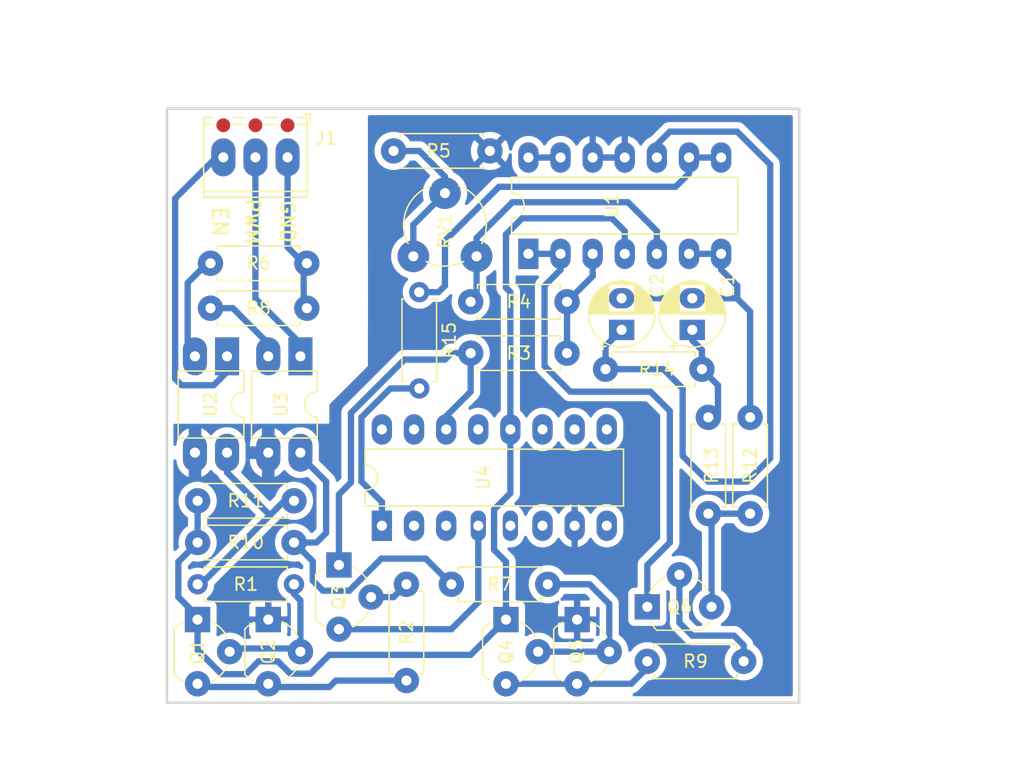
<source format=kicad_pcb>
(kicad_pcb (version 20211014) (generator pcbnew)
  (layers (0 "F.Cu" signal) (31 "B.Cu" signal) (34 "B.Paste" user) (35 "F.Paste" user) (36 "B.SilkS" user "B.Silkscreen") (37 "F.SilkS" user "F.Silkscreen") (38 "B.Mask" user) (39 "F.Mask" user) (44 "Edge.Cuts" user))
  (net 0 "")
  (net 1 "VREF")
  (net 2 "Net-(Q1-Pad2)")
  (net 3 "GND")
  (net 4 "VCC")
  (net 5 "DTC_FULL")
  (net 6 "1IN+")
  (net 7 "Net-(J1-Pad3)")
  (net 8 "Net-(Q1-Pad3)")
  (net 9 "Net-(Q3-Pad2)")
  (net 21 "Net-(R3-Pad2)")
  (net 22 "DTC")
  (net 23 "Net-(Q4-Pad2)")
  (net 24 "Net-(Q4-Pad3)")
  (net 25 "Net-(C1-Pad2)")
  (net 26 "Net-(C1-Pad1)")
  (net 27 "Net-(C2-Pad1)")
  (net 28 "Net-(R6-Pad2)")
  (net 29 "Net-(R4-Pad2)")
  (net 30 "Net-(R5-Pad1)")
  (net 31 "Net-(Q6-Pad1)")
  (net 32 "Net-(Q6-Pad2)")
  (net 33 "Net-(Q6-Pad3)")
  (net 34 "PWM_OUT")
  (net 35 "Net-(R8-Pad2)")
  (net 36 "Net-(U1-Pad13)")
  (net 37 "Net-(J1-Pad2)")
  (net 38 "Net-(J1-Pad1)")
  (net 39 "Net-(R15-Pad1)")
  (footprint "Resistor_THT:R_Axial_DIN0207_L6.3mm_D2.5mm_P7.62mm_Horizontal" (layer "F.Cu") (at 162.306 86.614 180)
    (fp_text reference "R14" (at 3.556 0) (layer "F.SilkS"))
    (fp_text value "100k")
    (pad "1" thru_hole circle (at 0 0 180) (size 2 2) (drill 0.8) (layers *.Cu *.Mask) (net 26 "Net-(C1-Pad1)"))
    (pad "2" thru_hole circle (at 7.62 0 180) (size 2 2) (drill 0.8) (layers *.Cu *.Mask) (net 27 "Net-(C2-Pad1)"))
  )
  (footprint "Resistor_THT:R_Axial_DIN0207_L6.3mm_D2.5mm_P7.62mm_Horizontal" (layer "F.Cu") (at 157.988 109.728)
    (fp_text reference "R9" (at 3.81 0) (layer "F.SilkS"))
    (fp_text value "100")
    (pad "1" thru_hole circle (at 0 0) (size 2 2) (drill 0.8) (layers *.Cu *.Mask) (net 24 "Net-(Q4-Pad3)"))
    (pad "2" thru_hole oval (at 7.62 0) (size 2 2) (drill 0.8) (layers *.Cu *.Mask) (net 32 "Net-(Q6-Pad2)"))
  )
  (footprint "TerminalBlock_Phoenix:TerminalBlock_Phoenix_MPT-0,5-3-2.54_1x03_P2.54mm_Horizontal" (layer "F.Cu") (at 129.54 69.85 180)
    (fp_text reference "J1" (at -3.048 1.524) (layer "F.SilkS"))
    (fp_text value "Screw_Terminal_01x03")
    (pad "" smd circle (at 2.54 2.54 180) (size 1.1 1.1) (layers "F.Cu" "F.Paste" "F.Mask"))
    (pad "" smd circle (at 5.08 2.54 180) (size 1.1 1.1) (layers "F.Cu" "F.Paste" "F.Mask"))
    (pad "" smd circle (at 0 2.54 180) (size 1.1 1.1) (layers "F.Cu" "F.Paste" "F.Mask"))
    (pad "1" thru_hole oval (at 0 0 180) (size 1.9 3) (drill 0.8) (layers *.Cu *.Mask) (net 38 "Net-(J1-Pad1)"))
    (pad "2" thru_hole oval (at 2.54 0 180) (size 1.9 3) (drill 0.8) (layers *.Cu *.Mask) (net 37 "Net-(J1-Pad2)"))
    (pad "3" thru_hole oval (at 5.08 0 180) (size 1.9 3) (drill 0.8) (layers *.Cu *.Mask) (net 7 "Net-(J1-Pad3)"))
  )
  (footprint "Package_TO_SOT_THT:TO-92_Wide" (layer "F.Cu") (at 128.016 106.426 -90)
    (fp_text reference "Q2" (at 2.54 0 90) (layer "F.SilkS"))
    (fp_text value "BC557")
    (pad "1" thru_hole rect (at 0 0 270) (size 2 2) (drill 0.8) (layers *.Cu *.Mask) (net 3 "GND"))
    (pad "2" thru_hole circle (at 2.54 -2.54 270) (size 2 2) (drill 0.8) (layers *.Cu *.Mask) (net 2 "Net-(Q1-Pad2)"))
    (pad "3" thru_hole circle (at 5.08 0 270) (size 2 2) (drill 0.8) (layers *.Cu *.Mask) (net 8 "Net-(Q1-Pad3)"))
  )
  (footprint "Package_DIP:DIP-4_W7.62mm" (layer "F.Cu") (at 130.556 85.598 -90)
    (fp_text reference "U3" (at 3.81 1.524 90) (layer "F.SilkS"))
    (fp_text value "PC817")
    (pad "1" thru_hole rect (at 0 0 270) (size 3 1.9) (drill 0.8) (layers *.Cu *.Mask) (net 37 "Net-(J1-Pad2)"))
    (pad "2" thru_hole oval (at 0 2.54 270) (size 3 1.9) (drill 0.8) (layers *.Cu *.Mask) (net 35 "Net-(R8-Pad2)"))
    (pad "3" thru_hole oval (at 7.62 2.54 270) (size 3 1.9) (drill 0.8) (layers *.Cu *.Mask) (net 3 "GND"))
    (pad "4" thru_hole oval (at 7.62 0 270) (size 3 1.9) (drill 0.8) (layers *.Cu *.Mask) (net 34 "PWM_OUT"))
  )
  (footprint "Resistor_THT:R_Axial_DIN0207_L6.3mm_D2.5mm_P7.62mm_Horizontal" (layer "F.Cu") (at 139.954 80.518 -90)
    (fp_text reference "R15" (at 3.81 -2.37 90) (layer "F.SilkS"))
    (fp_text value "220")
    (pad "1" thru_hole circle (at 0 0 270) (size 1.6 1.6) (drill 0.8) (layers *.Cu *.Mask) (net 39 "Net-(R15-Pad1)"))
    (pad "2" thru_hole oval (at 7.62 0 270) (size 1.6 1.6) (drill 0.8) (layers *.Cu *.Mask) (net 6 "1IN+"))
  )
  (footprint "Resistor_THT:R_Axial_DIN0207_L6.3mm_D2.5mm_P7.62mm_Horizontal" (layer "F.Cu") (at 162.814 98.044 90)
    (fp_text reference "R13" (at 3.81 0.254 90) (layer "F.SilkS"))
    (fp_text value "10k")
    (pad "1" thru_hole circle (at 0 0 90) (size 2 2) (drill 0.8) (layers *.Cu *.Mask) (net 33 "Net-(Q6-Pad3)"))
    (pad "2" thru_hole oval (at 7.62 0 90) (size 2 2) (drill 0.8) (layers *.Cu *.Mask) (net 26 "Net-(C1-Pad1)"))
  )
  (footprint "Resistor_THT:R_Axial_DIN0207_L6.3mm_D2.5mm_P7.62mm_Horizontal" (layer "F.Cu") (at 144.018 85.344)
    (fp_text reference "R3" (at 3.81 0) (layer "F.SilkS"))
    (fp_text value "3.9k")
    (pad "1" thru_hole circle (at 0 0) (size 2 2) (drill 0.8) (layers *.Cu *.Mask) (net 1 "VREF"))
    (pad "2" thru_hole circle (at 7.62 0) (size 2 2) (drill 0.8) (layers *.Cu *.Mask) (net 21 "Net-(R3-Pad2)"))
  )
  (footprint "Resistor_THT:R_Axial_DIN0207_L6.3mm_D2.5mm_P7.62mm_Horizontal" (layer "F.Cu") (at 122.428 103.632)
    (fp_text reference "R1" (at 3.81 0) (layer "F.SilkS"))
    (fp_text value "1k")
    (pad "1" thru_hole circle (at 0 0) (size 1.6 1.6) (drill 0.8) (layers *.Cu *.Mask) (net 5 "DTC_FULL"))
    (pad "2" thru_hole oval (at 7.62 0) (size 1.6 1.6) (drill 0.8) (layers *.Cu *.Mask) (net 2 "Net-(Q1-Pad2)"))
  )
  (footprint "Package_TO_SOT_THT:TO-92_Wide" (layer "F.Cu") (at 146.812 106.426 -90)
    (fp_text reference "Q4" (at 2.54 0 90) (layer "F.SilkS"))
    (fp_text value "BC547")
    (pad "1" thru_hole rect (at 0 0 270) (size 2 2) (drill 0.8) (layers *.Cu *.Mask) (net 4 "VCC"))
    (pad "2" thru_hole circle (at 2.54 -2.54 270) (size 2 2) (drill 0.8) (layers *.Cu *.Mask) (net 23 "Net-(Q4-Pad2)"))
    (pad "3" thru_hole circle (at 5.08 0 270) (size 2 2) (drill 0.8) (layers *.Cu *.Mask) (net 24 "Net-(Q4-Pad3)"))
  )
  (footprint "Package_TO_SOT_THT:TO-92_Wide" (layer "F.Cu") (at 152.436 106.426 -90)
    (fp_text reference "Q5" (at 2.54 0.036 90) (layer "F.SilkS"))
    (fp_text value "BC557")
    (pad "1" thru_hole rect (at 0 0 270) (size 2 2) (drill 0.8) (layers *.Cu *.Mask) (net 3 "GND"))
    (pad "2" thru_hole circle (at 2.54 -2.54 270) (size 2 2) (drill 0.8) (layers *.Cu *.Mask) (net 23 "Net-(Q4-Pad2)"))
    (pad "3" thru_hole circle (at 5.08 0 270) (size 2 2) (drill 0.8) (layers *.Cu *.Mask) (net 24 "Net-(Q4-Pad3)"))
  )
  (footprint "Capacitor_THT:CP_Radial_D5.0mm_P2.50mm" (layer "F.Cu") (at 161.544 83.501113 90)
    (fp_text reference "C1" (at 3.491113 2.794 90) (layer "F.SilkS"))
    (fp_text value "1uF")
    (pad "1" thru_hole rect (at 0 0 90) (size 1.6 2) (drill 0.8) (layers *.Cu *.Mask) (net 26 "Net-(C1-Pad1)"))
    (pad "2" thru_hole oval (at 2.5 0 90) (size 1.6 2) (drill 0.8) (layers *.Cu *.Mask) (net 25 "Net-(C1-Pad2)"))
  )
  (footprint "Resistor_THT:R_Axial_DIN0207_L6.3mm_D2.5mm_P7.62mm_Horizontal" (layer "F.Cu") (at 138.938 111.252 90)
    (fp_text reference "R2" (at 3.81 0 90) (layer "F.SilkS"))
    (fp_text value "100")
    (pad "1" thru_hole circle (at 0 0 90) (size 2 2) (drill 0.8) (layers *.Cu *.Mask) (net 8 "Net-(Q1-Pad3)"))
    (pad "2" thru_hole oval (at 7.62 0 90) (size 2 2) (drill 0.8) (layers *.Cu *.Mask) (net 9 "Net-(Q3-Pad2)"))
  )
  (footprint "Package_TO_SOT_THT:TO-92_Wide" (layer "F.Cu") (at 133.604 102.108 -90)
    (fp_text reference "Q3" (at 2.55 0 90) (layer "F.SilkS"))
    (fp_text value "BS170")
    (pad "1" thru_hole rect (at 0 0 270) (size 2 2) (drill 0.8) (layers *.Cu *.Mask) (net 1 "VREF"))
    (pad "2" thru_hole circle (at 2.54 -2.54 270) (size 2 2) (drill 0.8) (layers *.Cu *.Mask) (net 9 "Net-(Q3-Pad2)"))
    (pad "3" thru_hole circle (at 5.08 0 270) (size 2 2) (drill 0.8) (layers *.Cu *.Mask) (net 22 "DTC"))
  )
  (footprint "Package_TO_SOT_THT:TO-92_Wide" (layer "F.Cu") (at 157.988 105.418)
    (fp_text reference "Q6" (at 2.55 0) (layer "F.SilkS"))
    (fp_text value "BS170")
    (pad "1" thru_hole rect (at 0 0) (size 2 2) (drill 0.8) (layers *.Cu *.Mask) (net 31 "Net-(Q6-Pad1)"))
    (pad "2" thru_hole circle (at 2.54 -2.54) (size 2 2) (drill 0.8) (layers *.Cu *.Mask) (net 32 "Net-(Q6-Pad2)"))
    (pad "3" thru_hole circle (at 5.08 0) (size 2 2) (drill 0.8) (layers *.Cu *.Mask) (net 33 "Net-(Q6-Pad3)"))
  )
  (footprint "Resistor_THT:R_Axial_DIN0207_L6.3mm_D2.5mm_P7.62mm_Horizontal" (layer "F.Cu") (at 131.064 81.788 180)
    (fp_text reference "R8" (at 3.81 0) (layer "F.SilkS"))
    (fp_text value "220")
    (pad "1" thru_hole circle (at 0 0 180) (size 2 2) (drill 0.8) (layers *.Cu *.Mask) (net 38 "Net-(J1-Pad1)"))
    (pad "2" thru_hole circle (at 7.62 0 180) (size 2 2) (drill 0.8) (layers *.Cu *.Mask) (net 35 "Net-(R8-Pad2)"))
  )
  (footprint "Resistor_THT:R_Axial_DIN0207_L6.3mm_D2.5mm_P7.62mm_Horizontal" (layer "F.Cu") (at 130.048 97.028 180)
    (fp_text reference "R11" (at 3.81 0) (layer "F.SilkS"))
    (fp_text value "1k")
    (pad "1" thru_hole circle (at 0 0 180) (size 2 2) (drill 0.8) (layers *.Cu *.Mask) (net 5 "DTC_FULL"))
    (pad "2" thru_hole circle (at 7.62 0 180) (size 2 2) (drill 0.8) (layers *.Cu *.Mask) (net 4 "VCC"))
  )
  (footprint "Package_DIP:DIP-14_W7.62mm_LongPads" (layer "F.Cu") (at 148.585 77.485 90)
    (fp_text reference "U1" (at 3.81 6.609 90) (layer "F.SilkS"))
    (fp_text value "TLC274")
    (pad "1" thru_hole rect (at 0 0 90) (size 2.4 1.6) (drill 0.8) (layers *.Cu *.Mask) (net 31 "Net-(Q6-Pad1)"))
    (pad "2" thru_hole oval (at 0 2.54 90) (size 2.4 1.6) (drill 0.8) (layers *.Cu *.Mask) (net 31 "Net-(Q6-Pad1)"))
    (pad "3" thru_hole oval (at 0 5.08 90) (size 2.4 1.6) (drill 0.8) (layers *.Cu *.Mask) (net 21 "Net-(R3-Pad2)"))
    (pad "4" thru_hole oval (at 0 7.62 90) (size 2.4 1.6) (drill 0.8) (layers *.Cu *.Mask) (net 4 "VCC"))
    (pad "5" thru_hole oval (at 0 10.16 90) (size 2.4 1.6) (drill 0.8) (layers *.Cu *.Mask) (net 29 "Net-(R4-Pad2)"))
    (pad "6" thru_hole oval (at 0 12.7 90) (size 2.4 1.6) (drill 0.8) (layers *.Cu *.Mask) (net 25 "Net-(C1-Pad2)"))
    (pad "7" thru_hole oval (at 0 15.24 90) (size 2.4 1.6) (drill 0.8) (layers *.Cu *.Mask) (net 25 "Net-(C1-Pad2)"))
    (pad "8" thru_hole oval (at 7.62 15.24 90) (size 2.4 1.6) (drill 0.8) (layers *.Cu *.Mask) (net 39 "Net-(R15-Pad1)"))
    (pad "9" thru_hole oval (at 7.62 12.7 90) (size 2.4 1.6) (drill 0.8) (layers *.Cu *.Mask) (net 39 "Net-(R15-Pad1)"))
    (pad "10" thru_hole oval (at 7.62 10.16 90) (size 2.4 1.6) (drill 0.8) (layers *.Cu *.Mask) (net 27 "Net-(C2-Pad1)"))
    (pad "11" thru_hole oval (at 7.62 7.62 90) (size 2.4 1.6) (drill 0.8) (layers *.Cu *.Mask) (net 3 "GND"))
    (pad "12" thru_hole oval (at 7.62 5.08 90) (size 2.4 1.6) (drill 0.8) (layers *.Cu *.Mask) (net 3 "GND"))
    (pad "13" thru_hole oval (at 7.62 2.54 90) (size 2.4 1.6) (drill 0.8) (layers *.Cu *.Mask) (net 36 "Net-(U1-Pad13)"))
    (pad "14" thru_hole oval (at 7.62 0 90) (size 2.4 1.6) (drill 0.8) (layers *.Cu *.Mask) (net 36 "Net-(U1-Pad13)"))
  )
  (footprint "Resistor_THT:R_Axial_DIN0207_L6.3mm_D2.5mm_P7.62mm_Horizontal" (layer "F.Cu") (at 151.638 81.28 180)
    (fp_text reference "R4" (at 3.81 0) (layer "F.SilkS"))
    (fp_text value "4.7k")
    (pad "1" thru_hole circle (at 0 0 180) (size 2 2) (drill 0.8) (layers *.Cu *.Mask) (net 21 "Net-(R3-Pad2)"))
    (pad "2" thru_hole circle (at 7.62 0 180) (size 2 2) (drill 0.8) (layers *.Cu *.Mask) (net 29 "Net-(R4-Pad2)"))
  )
  (footprint "Package_TO_SOT_THT:TO-92_Wide" (layer "F.Cu") (at 122.42 106.426 -90)
    (fp_text reference "Q1" (at 2.54 -0.008 90) (layer "F.SilkS"))
    (fp_text value "BC547")
    (pad "1" thru_hole rect (at 0 0 270) (size 2 2) (drill 0.8) (layers *.Cu *.Mask) (net 4 "VCC"))
    (pad "2" thru_hole circle (at 2.54 -2.54 270) (size 2 2) (drill 0.8) (layers *.Cu *.Mask) (net 2 "Net-(Q1-Pad2)"))
    (pad "3" thru_hole circle (at 5.08 0 270) (size 2 2) (drill 0.8) (layers *.Cu *.Mask) (net 8 "Net-(Q1-Pad3)"))
  )
  (footprint "Potentiometer_THT:Potentiometer_Piher_PT-6-V_Vertical" (layer "F.Cu") (at 144.486 77.684 90)
    (fp_text reference "RV1" (at 1.992 -2.5 90) (layer "F.SilkS"))
    (fp_text value "10k")
    (pad "1" thru_hole circle (at 0 0 90) (size 2.5 2.5) (drill 0.8) (layers *.Cu *.Mask) (net 29 "Net-(R4-Pad2)"))
    (pad "2" thru_hole circle (at 5 -2.5 90) (size 2.5 2.5) (drill 0.8) (layers *.Cu *.Mask) (net 30 "Net-(R5-Pad1)"))
    (pad "3" thru_hole circle (at 0 -5 90) (size 2.5 2.5) (drill 0.8) (layers *.Cu *.Mask) (net 30 "Net-(R5-Pad1)"))
  )
  (footprint "Capacitor_THT:CP_Radial_D5.0mm_P2.50mm" (layer "F.Cu") (at 155.956 83.501113 90)
    (fp_text reference "C2" (at 3.491113 2.794 90) (layer "F.SilkS"))
    (fp_text value "0.1uF")
    (pad "1" thru_hole rect (at 0 0 90) (size 1.6 2) (drill 0.8) (layers *.Cu *.Mask) (net 27 "Net-(C2-Pad1)"))
    (pad "2" thru_hole oval (at 2.5 0 90) (size 1.6 2) (drill 0.8) (layers *.Cu *.Mask) (net 25 "Net-(C1-Pad2)"))
  )
  (footprint "Resistor_THT:R_Axial_DIN0207_L6.3mm_D2.5mm_P7.62mm_Horizontal" (layer "F.Cu") (at 137.922 69.342)
    (fp_text reference "R5" (at 3.556 0) (layer "F.SilkS"))
    (fp_text value "7.5k")
    (pad "1" thru_hole circle (at 0 0) (size 2 2) (drill 0.8) (layers *.Cu *.Mask) (net 30 "Net-(R5-Pad1)"))
    (pad "2" thru_hole circle (at 7.62 0) (size 2 2) (drill 0.8) (layers *.Cu *.Mask) (net 3 "GND"))
  )
  (footprint "Resistor_THT:R_Axial_DIN0207_L6.3mm_D2.5mm_P7.62mm_Horizontal" (layer "F.Cu") (at 131.064 78.232 180)
    (fp_text reference "R6" (at 3.81 0) (layer "F.SilkS"))
    (fp_text value "220")
    (pad "1" thru_hole circle (at 0 0 180) (size 2 2) (drill 0.8) (layers *.Cu *.Mask) (net 38 "Net-(J1-Pad1)"))
    (pad "2" thru_hole circle (at 7.62 0 180) (size 2 2) (drill 0.8) (layers *.Cu *.Mask) (net 28 "Net-(R6-Pad2)"))
  )
  (footprint "Resistor_THT:R_Axial_DIN0207_L6.3mm_D2.5mm_P7.62mm_Horizontal" (layer "F.Cu") (at 166.116 98.044 90)
    (fp_text reference "R12" (at 3.81 0 90) (layer "F.SilkS"))
    (fp_text value "1k")
    (pad "1" thru_hole circle (at 0 0 90) (size 2 2) (drill 0.8) (layers *.Cu *.Mask) (net 33 "Net-(Q6-Pad3)"))
    (pad "2" thru_hole oval (at 7.62 0 90) (size 2 2) (drill 0.8) (layers *.Cu *.Mask) (net 25 "Net-(C1-Pad2)"))
  )
  (footprint "Resistor_THT:R_Axial_DIN0207_L6.3mm_D2.5mm_P7.62mm_Horizontal" (layer "F.Cu") (at 142.494 103.632)
    (fp_text reference "R7" (at 3.81 0) (layer "F.SilkS"))
    (fp_text value "1k")
    (pad "1" thru_hole circle (at 0 0) (size 2 2) (drill 0.8) (layers *.Cu *.Mask) (net 34 "PWM_OUT"))
    (pad "2" thru_hole oval (at 7.62 0) (size 2 2) (drill 0.8) (layers *.Cu *.Mask) (net 23 "Net-(Q4-Pad2)"))
  )
  (footprint "Package_DIP:DIP-4_W7.62mm" (layer "F.Cu") (at 124.756 85.598 -90)
    (fp_text reference "U2" (at 3.81 1.312 90) (layer "F.SilkS"))
    (fp_text value "PC817")
    (pad "1" thru_hole rect (at 0 0 270) (size 3 1.9) (drill 0.8) (layers *.Cu *.Mask) (net 7 "Net-(J1-Pad3)"))
    (pad "2" thru_hole oval (at 0 2.54 270) (size 3 1.9) (drill 0.8) (layers *.Cu *.Mask) (net 28 "Net-(R6-Pad2)"))
    (pad "3" thru_hole oval (at 7.62 2.54 270) (size 3 1.9) (drill 0.8) (layers *.Cu *.Mask) (net 3 "GND"))
    (pad "4" thru_hole oval (at 7.62 0 270) (size 3 1.9) (drill 0.8) (layers *.Cu *.Mask) (net 5 "DTC_FULL"))
  )
  (footprint "Package_DIP:DIP-16_W7.62mm_LongPads" (layer "F.Cu") (at 137 99 90)
    (fp_text reference "U4" (at 3.81 8.034 90) (layer "F.SilkS"))
    (fp_text value "TL494")
    (pad "1" thru_hole rect locked (at 0 0 90) (size 2.4 1.6) (drill 0.8) (layers *.Cu *.Mask) (net 6 "1IN+"))
    (pad "2" thru_hole oval locked (at 0 2.54 90) (size 2.4 1.6) (drill 0.8) (layers *.Cu *.Mask))
    (pad "3" thru_hole oval locked (at 0 5.08 90) (size 2.4 1.6) (drill 0.8) (layers *.Cu *.Mask))
    (pad "4" thru_hole oval locked (at 0 7.62 90) (size 2.4 1.2) (drill 0.8) (layers *.Cu *.Mask) (net 22 "DTC"))
    (pad "5" thru_hole oval locked (at 0 10.16 90) (size 2.4 1.2) (drill 0.8) (layers *.Cu *.Mask))
    (pad "6" thru_hole oval locked (at 0 12.7 90) (size 2.4 1.6) (drill 0.8) (layers *.Cu *.Mask))
    (pad "7" thru_hole oval locked (at 0 15.24 90) (size 2.4 1.6) (drill 0.8) (layers *.Cu *.Mask) (net 3 "GND"))
    (pad "8" thru_hole oval locked (at 0 17.78 90) (size 2.4 1.6) (drill 0.8) (layers *.Cu *.Mask))
    (pad "9" thru_hole oval locked (at 7.62 17.78 90) (size 2.4 1.6) (drill 0.8) (layers *.Cu *.Mask))
    (pad "10" thru_hole oval locked (at 7.62 15.24 90) (size 2.4 1.6) (drill 0.8) (layers *.Cu *.Mask))
    (pad "11" thru_hole oval locked (at 7.62 12.7 90) (size 2.4 1.6) (drill 0.8) (layers *.Cu *.Mask))
    (pad "12" thru_hole oval locked (at 7.62 10.16 90) (size 2.4 1.6) (drill 0.8) (layers *.Cu *.Mask) (net 4 "VCC"))
    (pad "13" thru_hole oval locked (at 7.62 7.62 90) (size 2.4 1.6) (drill 0.8) (layers *.Cu *.Mask))
    (pad "14" thru_hole oval locked (at 7.62 5.08 90) (size 2.4 1.6) (drill 0.8) (layers *.Cu *.Mask) (net 1 "VREF"))
    (pad "15" thru_hole oval locked (at 7.62 2.54 90) (size 2.4 1.6) (drill 0.8) (layers *.Cu *.Mask))
    (pad "16" thru_hole oval locked (at 7.62 0 90) (size 2.4 1.6) (drill 0.8) (layers *.Cu *.Mask))
  )
  (footprint "Resistor_THT:R_Axial_DIN0207_L6.3mm_D2.5mm_P7.62mm_Horizontal" (layer "F.Cu") (at 130.048 100.33 180)
    (fp_text reference "R10" (at 3.81 0) (layer "F.SilkS"))
    (fp_text value "1k")
    (pad "1" thru_hole circle (at 0 0 180) (size 2 2) (drill 0.8) (layers *.Cu *.Mask) (net 34 "PWM_OUT"))
    (pad "2" thru_hole circle (at 7.62 0 180) (size 2 2) (drill 0.8) (layers *.Cu *.Mask) (net 4 "VCC"))
  )
  (gr_rect (start 120 66) (end 170 113) (layer "Edge.Cuts") (width 0.2) (fill none))
  (gr_text "GND" (at 129.54 74.93 270) (layer "F.SilkS") (effects (font (size 1.1 1.1) (thickness 0.2))))
  (gr_text "EN" (at 124.206 74.93 270) (layer "F.SilkS") (effects (font (size 1.2 1.2) (thickness 0.2))))
  (gr_text "PWM" (at 126.746 74.93 270) (layer "F.SilkS") (effects (font (size 1.1 1.1) (thickness 0.2))))
  (segment (start 141.986 85.852) (end 138.780882 85.852) (width 0.5) (layer "B.Cu") (net 1))
  (segment (start 142.08 90.33) (end 144.018 88.392) (width 0.5) (layer "B.Cu") (net 1))
  (segment (start 134.552481 90.080401) (end 134.55248 95.57152) (width 0.5) (layer "B.Cu") (net 1))
  (segment (start 144.018 88.392) (end 144.018 85.344) (width 0.5) (layer "B.Cu") (net 1))
  (segment (start 142.08 91.38) (end 142.08 90.33) (width 0.5) (layer "B.Cu") (net 1))
  (segment (start 133.604 96.52) (end 133.604 102.108) (width 0.5) (layer "B.Cu") (net 1))
  (segment (start 144.018 85.344) (end 142.494 85.344) (width 0.5) (layer "B.Cu") (net 1))
  (segment (start 142.494 85.344) (end 141.986 85.852) (width 0.5) (layer "B.Cu") (net 1))
  (segment (start 134.55248 95.57152) (end 133.604 96.52) (width 0.5) (layer "B.Cu") (net 1))
  (segment (start 138.780882 85.852) (end 134.552481 90.080401) (width 0.5) (layer "B.Cu") (net 1))
  (segment (start 130.302 108.712) (end 130.556 108.966) (width 0.5) (layer "B.Cu") (net 2))
  (segment (start 130.556 104.902) (end 130.048 104.394) (width 0.5) (layer "B.Cu") (net 2))
  (segment (start 130.048 104.394) (end 130.048 103.886) (width 0.5) (layer "B.Cu") (net 2))
  (segment (start 130.556 108.966) (end 130.556 104.902) (width 0.5) (layer "B.Cu") (net 2))
  (segment (start 125.214 108.712) (end 130.302 108.712) (width 0.5) (layer "B.Cu") (net 2))
  (segment (start 124.96 108.966) (end 125.214 108.712) (width 0.5) (layer "B.Cu") (net 2))
  (segment (start 129.75648 110.70648) (end 131.35552 110.70648) (width 0.5) (layer "B.Cu") (net 4))
  (segment (start 146.812 101.854) (end 145.86952 100.91152) (width 0.5) (layer "B.Cu") (net 4))
  (segment (start 122.42 106.426) (end 122.42 106.164) (width 0.5) (layer "B.Cu") (net 4))
  (segment (start 120.904 104.648) (end 120.904 101.854) (width 0.5) (layer "B.Cu") (net 4))
  (segment (start 145.86952 97.71648) (end 145.86952 100.25648) (width 0.5) (layer "B.Cu") (net 4))
  (segment (start 132.842 109.22) (end 144.018 109.22) (width 0.5) (layer "B.Cu") (net 4))
  (segment (start 146.812 106.426) (end 146.812 101.854) (width 0.5) (layer "B.Cu") (net 4))
  (segment (start 148.082 74.676) (end 146.812 75.946) (width 0.5) (layer "B.Cu") (net 4))
  (segment (start 126.238 110.744) (end 127.254 109.728) (width 0.5) (layer "B.Cu") (net 4))
  (segment (start 127.254 109.728) (end 128.778 109.728) (width 0.5) (layer "B.Cu") (net 4))
  (segment (start 122.42 108.831) (end 124.333 110.744) (width 0.5) (layer "B.Cu") (net 4))
  (segment (start 147.16 80.518) (end 147.16 91.38) (width 0.5) (layer "B.Cu") (net 4))
  (segment (start 145.86952 100.91152) (end 145.86952 100.25648) (width 0.5) (layer "B.Cu") (net 4))
  (segment (start 155.194 74.676) (end 148.082 74.676) (width 0.5) (layer "B.Cu") (net 4))
  (segment (start 144.018 109.22) (end 146.812 106.426) (width 0.5) (layer "B.Cu") (net 4))
  (segment (start 122.42 106.426) (end 122.42 108.831) (width 0.5) (layer "B.Cu") (net 4))
  (segment (start 146.812 80.17) (end 147.16 80.518) (width 0.5) (layer "B.Cu") (net 4))
  (segment (start 156.205 75.687) (end 155.194 74.676) (width 0.5) (layer "B.Cu") (net 4))
  (segment (start 120.904 101.854) (end 122.428 100.33) (width 0.5) (layer "B.Cu") (net 4))
  (segment (start 122.42 106.164) (end 120.904 104.648) (width 0.5) (layer "B.Cu") (net 4))
  (segment (start 124.333 110.744) (end 126.238 110.744) (width 0.5) (layer "B.Cu") (net 4))
  (segment (start 128.778 109.728) (end 129.75648 110.70648) (width 0.5) (layer "B.Cu") (net 4))
  (segment (start 146.812 75.946) (end 146.812 80.17) (width 0.5) (layer "B.Cu") (net 4))
  (segment (start 122.428 97.028) (end 122.428 100.33) (width 0.5) (layer "B.Cu") (net 4))
  (segment (start 156.205 77.485) (end 156.205 75.687) (width 0.5) (layer "B.Cu") (net 4))
  (segment (start 131.35552 110.70648) (end 132.842 109.22) (width 0.5) (layer "B.Cu") (net 4))
  (segment (start 147.16 91.38) (end 147.16 96.426) (width 0.5) (layer "B.Cu") (net 4))
  (segment (start 147.16 96.426) (end 145.86952 97.71648) (width 0.5) (layer "B.Cu") (net 4))
  (segment (start 129.286 97.028) (end 130.048 97.028) (width 0.5) (layer "B.Cu") (net 5))
  (segment (start 124.756 94.784) (end 128.143 98.171) (width 0.5) (layer "B.Cu") (net 5))
  (segment (start 122.428 103.886) (end 128.143 98.171) (width 0.5) (layer "B.Cu") (net 5))
  (segment (start 124.756 93.472) (end 124.756 94.784) (width 0.5) (layer "B.Cu") (net 5))
  (segment (start 128.143 98.171) (end 129.286 97.028) (width 0.5) (layer "B.Cu") (net 5))
  (segment (start 137.668 88.138) (end 135.382 90.424) (width 0.5) (layer "B.Cu") (net 6))
  (segment (start 137 97.122) (end 137 99) (width 0.5) (layer "B.Cu") (net 6))
  (segment (start 138.176 88.138) (end 137.668 88.138) (width 0.5) (layer "B.Cu") (net 6))
  (segment (start 139.954 88.138) (end 138.176 88.138) (width 0.5) (layer "B.Cu") (net 6))
  (segment (start 135.382 95.504) (end 137 97.122) (width 0.5) (layer "B.Cu") (net 6))
  (segment (start 135.382 90.424) (end 135.382 95.504) (width 0.5) (layer "B.Cu") (net 6))
  (segment (start 124.756 86.826) (end 123.698 87.884) (width 0.5) (layer "B.Cu") (net 7))
  (segment (start 120.65 87.376) (end 120.65 73.11) (width 0.5) (layer "B.Cu") (net 7))
  (segment (start 124.756 85.598) (end 124.756 86.826) (width 0.5) (layer "B.Cu") (net 7))
  (segment (start 123.698 87.884) (end 121.158 87.884) (width 0.5) (layer "B.Cu") (net 7))
  (segment (start 121.158 87.884) (end 120.65 87.376) (width 0.5) (layer "B.Cu") (net 7))
  (segment (start 123.91 69.85) (end 124.46 69.85) (width 0.5) (layer "B.Cu") (net 7))
  (segment (start 120.65 73.11) (end 123.91 69.85) (width 0.5) (layer "B.Cu") (net 7))
  (segment (start 122.42 111.506) (end 122.674 111.76) (width 0.5) (layer "B.Cu") (net 8))
  (segment (start 133.35 111.252) (end 138.938 111.252) (width 0.5) (layer "B.Cu") (net 8))
  (segment (start 122.674 111.76) (end 127.762 111.76) (width 0.5) (layer "B.Cu") (net 8))
  (segment (start 128.016 111.506) (end 128.27 111.76) (width 0.5) (layer "B.Cu") (net 8))
  (segment (start 127.762 111.76) (end 128.016 111.506) (width 0.5) (layer "B.Cu") (net 8))
  (segment (start 128.27 111.76) (end 132.842 111.76) (width 0.5) (layer "B.Cu") (net 8))
  (segment (start 132.842 111.76) (end 133.35 111.252) (width 0.5) (layer "B.Cu") (net 8))
  (segment (start 137.922 104.648) (end 138.938 103.632) (width 0.5) (layer "B.Cu") (net 9))
  (segment (start 136.144 104.648) (end 137.922 104.648) (width 0.5) (layer "B.Cu") (net 9))
  (segment (start 153.665 78.989) (end 153.665 77.485) (width 0.5) (layer "B.Cu") (net 21))
  (segment (start 153.67 78.994) (end 153.665 78.989) (width 0.5) (layer "B.Cu") (net 21))
  (segment (start 153.67 79.248) (end 153.67 78.994) (width 0.5) (layer "B.Cu") (net 21))
  (segment (start 151.638 81.28) (end 151.638 85.344) (width 0.5) (layer "B.Cu") (net 21))
  (segment (start 153.67 79.248) (end 151.638 81.28) (width 0.5) (layer "B.Cu") (net 21))
  (segment (start 144.62 105.062) (end 144.62 99) (width 0.5) (layer "B.Cu") (net 22))
  (segment (start 133.604 107.188) (end 142.494 107.188) (width 0.5) (layer "B.Cu") (net 22))
  (segment (start 142.494 107.188) (end 144.62 105.062) (width 0.5) (layer "B.Cu") (net 22))
  (segment (start 154.976 105.192) (end 153.416 103.632) (width 0.5) (layer "B.Cu") (net 23))
  (segment (start 153.416 103.632) (end 150.114 103.632) (width 0.5) (layer "B.Cu") (net 23))
  (segment (start 149.352 108.966) (end 154.976 108.966) (width 0.5) (layer "B.Cu") (net 23))
  (segment (start 154.976 108.966) (end 154.976 105.192) (width 0.5) (layer "B.Cu") (net 23))
  (segment (start 156.718 111.506) (end 157.988 110.236) (width 0.5) (layer "B.Cu") (net 24))
  (segment (start 152.436 111.506) (end 156.718 111.506) (width 0.5) (layer "B.Cu") (net 24))
  (segment (start 146.812 111.506) (end 152.436 111.506) (width 0.5) (layer "B.Cu") (net 24))
  (segment (start 157.988 110.236) (end 157.988 109.728) (width 0.5) (layer "B.Cu") (net 24))
  (segment (start 163.825 77.485) (end 163.825 78.735) (width 0.5) (layer "B.Cu") (net 25))
  (segment (start 155.956 81.001113) (end 161.544 81.001113) (width 0.5) (layer "B.Cu") (net 25))
  (segment (start 166.116 82.042) (end 166.116 90.424) (width 0.5) (layer "B.Cu") (net 25))
  (segment (start 163.825 78.735) (end 165.1 80.01) (width 0.5) (layer "B.Cu") (net 25))
  (segment (start 165.1 80.976226) (end 165.075113 81.001113) (width 0.5) (layer "B.Cu") (net 25))
  (segment (start 164.059113 81.001113) (end 165.075113 81.001113) (width 0.5) (layer "B.Cu") (net 25))
  (segment (start 165.075113 81.001113) (end 166.116 82.042) (width 0.5) (layer "B.Cu") (net 25))
  (segment (start 161.285 77.485) (end 163.825 77.485) (width 0.5) (layer "B.Cu") (net 25))
  (segment (start 164.059113 81.001113) (end 161.544 81.001113) (width 0.5) (layer "B.Cu") (net 25))
  (segment (start 165.1 80.01) (end 165.1 80.976226) (width 0.5) (layer "B.Cu") (net 25))
  (segment (start 161.544 84.328) (end 162.306 85.09) (width 0.5) (layer "B.Cu") (net 26))
  (segment (start 163.576 87.884) (end 162.306 86.614) (width 0.5) (layer "B.Cu") (net 26))
  (segment (start 163.576 90.424) (end 163.576 87.884) (width 0.5) (layer "B.Cu") (net 26))
  (segment (start 162.306 85.09) (end 162.306 86.614) (width 0.5) (layer "B.Cu") (net 26))
  (segment (start 161.544 83.501113) (end 161.544 84.328) (width 0.5) (layer "B.Cu") (net 26))
  (segment (start 167.70752 93.65848) (end 167.70752 70.42552) (width 0.5) (layer "B.Cu") (net 27))
  (segment (start 160.782 88.138) (end 160.782 93.472) (width 0.5) (layer "B.Cu") (net 27))
  (segment (start 154.686 86.614) (end 159.258 86.614) (width 0.5) (layer "B.Cu") (net 27))
  (segment (start 154.686 86.614) (end 154.686 84.771113) (width 0.5) (layer "B.Cu") (net 27))
  (segment (start 167.70752 70.42552) (end 165.1 67.818) (width 0.5) (layer "B.Cu") (net 27))
  (segment (start 162.814 95.504) (end 165.862 95.504) (width 0.5) (layer "B.Cu") (net 27))
  (segment (start 159.766 67.818) (end 158.745 68.839) (width 0.5) (layer "B.Cu") (net 27))
  (segment (start 165.862 95.504) (end 167.70752 93.65848) (width 0.5) (layer "B.Cu") (net 27))
  (segment (start 160.782 93.472) (end 162.814 95.504) (width 0.5) (layer "B.Cu") (net 27))
  (segment (start 165.1 67.818) (end 159.766 67.818) (width 0.5) (layer "B.Cu") (net 27))
  (segment (start 154.686 84.771113) (end 155.956 83.501113) (width 0.5) (layer "B.Cu") (net 27))
  (segment (start 159.258 86.614) (end 160.782 88.138) (width 0.5) (layer "B.Cu") (net 27))
  (segment (start 158.745 68.839) (end 158.745 69.865) (width 0.5) (layer "B.Cu") (net 27))
  (segment (start 123.19 78.232) (end 121.640489 79.781511) (width 0.5) (layer "B.Cu") (net 28))
  (segment (start 121.640489 85.022489) (end 122.216 85.598) (width 0.5) (layer "B.Cu") (net 28))
  (segment (start 121.640489 79.781511) (end 121.640489 85.022489) (width 0.5) (layer "B.Cu") (net 28))
  (segment (start 158.745 77.485) (end 158.745 75.697) (width 0.5) (layer "B.Cu") (net 29))
  (segment (start 144.486 80.812) (end 144.018 81.28) (width 0.5) (layer "B.Cu") (net 29))
  (segment (start 147.32 73.406) (end 144.486 76.24) (width 0.5) (layer "B.Cu") (net 29))
  (segment (start 158.745 75.697) (end 158.75 75.692) (width 0.5) (layer "B.Cu") (net 29))
  (segment (start 156.464 73.406) (end 147.32 73.406) (width 0.5) (layer "B.Cu") (net 29))
  (segment (start 144.486 76.24) (end 144.486 77.684) (width 0.5) (layer "B.Cu") (net 29))
  (segment (start 144.486 77.684) (end 144.486 80.812) (width 0.5) (layer "B.Cu") (net 29))
  (segment (start 158.75 75.692) (end 156.464 73.406) (width 0.5) (layer "B.Cu") (net 29))
  (segment (start 137.922 69.342) (end 139.954 69.342) (width 0.5) (layer "B.Cu") (net 30))
  (segment (start 139.486 75.184) (end 141.986 72.684) (width 0.5) (layer "B.Cu") (net 30))
  (segment (start 141.986 71.374) (end 141.986 72.684) (width 0.5) (layer "B.Cu") (net 30))
  (segment (start 139.486 77.684) (end 139.486 75.184) (width 0.5) (layer "B.Cu") (net 30))
  (segment (start 139.954 69.342) (end 141.986 71.374) (width 0.5) (layer "B.Cu") (net 30))
  (segment (start 148.585 77.485) (end 151.125 77.485) (width 0.5) (layer "B.Cu") (net 31))
  (segment (start 159.766 100.33) (end 157.988 102.108) (width 0.5) (layer "B.Cu") (net 31))
  (segment (start 151.125 78.745) (end 149.86 80.01) (width 0.5) (layer "B.Cu") (net 31))
  (segment (start 159.766 89.916) (end 159.766 100.33) (width 0.5) (layer "B.Cu") (net 31))
  (segment (start 158.242 88.392) (end 159.766 89.916) (width 0.5) (layer "B.Cu") (net 31))
  (segment (start 151.125 77.485) (end 151.125 78.745) (width 0.5) (layer "B.Cu") (net 31))
  (segment (start 149.86 86.36) (end 151.892 88.392) (width 0.5) (layer "B.Cu") (net 31))
  (segment (start 157.988 102.108) (end 157.988 105.418) (width 0.5) (layer "B.Cu") (net 31))
  (segment (start 151.892 88.392) (end 158.242 88.392) (width 0.5) (layer "B.Cu") (net 31))
  (segment (start 149.86 80.01) (end 149.86 86.36) (width 0.5) (layer "B.Cu") (net 31))
  (segment (start 165.608 108.458) (end 165.608 109.728) (width 0.5) (layer "B.Cu") (net 32))
  (segment (start 164.846 107.696) (end 165.608 108.458) (width 0.5) (layer "B.Cu") (net 32))
  (segment (start 161.544 107.696) (end 164.846 107.696) (width 0.5) (layer "B.Cu") (net 32))
  (segment (start 160.528 102.878) (end 160.528 106.68) (width 0.5) (layer "B.Cu") (net 32))
  (segment (start 160.528 106.68) (end 161.544 107.696) (width 0.5) (layer "B.Cu") (net 32))
  (segment (start 163.068 105.418) (end 163.068 98.298) (width 0.5) (layer "B.Cu") (net 33))
  (segment (start 162.814 98.044) (end 166.878 98.044) (width 0.5) (layer "B.Cu") (net 33))
  (segment (start 163.068 98.298) (end 162.814 98.044) (width 0.5) (layer "B.Cu") (net 33))
  (segment (start 140.462 101.6) (end 142.494 103.632) (width 0.5) (layer "B.Cu") (net 34))
  (segment (start 130.048 100.33) (end 131.53448 101.81648) (width 0.5) (layer "B.Cu") (net 34))
  (segment (start 136.958233 101.6) (end 140.462 101.6) (width 0.5) (layer "B.Cu") (net 34))
  (segment (start 134.418233 104.14) (end 136.958233 101.6) (width 0.5) (layer "B.Cu") (net 34))
  (segment (start 130.556 93.472) (end 132.588 95.504) (width 0.5) (layer "B.Cu") (net 34))
  (segment (start 131.53448 101.81648) (end 131.53448 103.34048) (width 0.5) (layer "B.Cu") (net 34))
  (segment (start 131.826 100.33) (end 132.588 99.568) (width 0.5) (layer "B.Cu") (net 34))
  (segment (start 132.334 104.14) (end 134.418233 104.14) (width 0.5) (layer "B.Cu") (net 34))
  (segment (start 132.588 95.504) (end 132.588 99.568) (width 0.5) (layer "B.Cu") (net 34))
  (segment (start 131.53448 103.34048) (end 132.334 104.14) (width 0.5) (layer "B.Cu") (net 34))
  (segment (start 130.048 100.33) (end 131.826 100.33) (width 0.5) (layer "B.Cu") (net 34))
  (segment (start 128.016 84.582) (end 128.016 85.598) (width 0.5) (layer "B.Cu") (net 35))
  (segment (start 125.222 81.788) (end 128.016 84.582) (width 0.5) (layer "B.Cu") (net 35))
  (segment (start 123.19 81.788) (end 125.222 81.788) (width 0.5) (layer "B.Cu") (net 35))
  (segment (start 148.585 69.865) (end 151.125 69.865) (width 0.5) (layer "B.Cu") (net 36))
  (segment (start 130.556 84.582) (end 130.556 85.598) (width 0.5) (layer "B.Cu") (net 37))
  (segment (start 127 81.026) (end 130.556 84.582) (width 0.5) (layer "B.Cu") (net 37))
  (segment (start 127 69.85) (end 127 81.026) (width 0.5) (layer "B.Cu") (net 37))
  (segment (start 130.81 78.232) (end 130.81 81.788) (width 0.5) (layer "B.Cu") (net 38))
  (segment (start 129.54 76.962) (end 130.81 78.232) (width 0.5) (layer "B.Cu") (net 38))
  (segment (start 129.54 69.85) (end 129.54 76.962) (width 0.5) (layer "B.Cu") (net 38))
  (segment (start 161.285 71.125) (end 161.285 69.865) (width 0.5) (layer "B.Cu") (net 39))
  (segment (start 146.259106 72.180894) (end 160.229106 72.180894) (width 0.5) (layer "B.Cu") (net 39))
  (segment (start 160.229106 72.180894) (end 161.285 71.125) (width 0.5) (layer "B.Cu") (net 39))
  (segment (start 141.986 76.454) (end 146.259106 72.180894) (width 0.5) (layer "B.Cu") (net 39))
  (segment (start 141.478 80.518) (end 141.986 80.01) (width 0.5) (layer "B.Cu") (net 39))
  (segment (start 139.954 80.518) (end 141.478 80.518) (width 0.5) (layer "B.Cu") (net 39))
  (segment (start 163.825 69.865) (end 161.285 69.865) (width 0.5) (layer "B.Cu") (net 39))
  (segment (start 141.986 80.01) (end 141.986 76.454) (width 0.5) (layer "B.Cu") (net 39))
  (zone (net 3) (net_name "GND") (layer "B.Cu") (connect_pads (clearance 0.508)) (min_thickness 0.254) (fill yes (thermal_gap 0.508) (thermal_bridge_width 0.508))
    (polygon (pts (xy 187.8 119.2) (xy 106.8 119.2) (xy 106.8 57.4) (xy 187.8 57.4)))
  )
  (zone (net 0) (net_name "") (layer "B.Cu") (connect_pads (clearance 0)) (min_thickness 0.254)
    (keepout (tracks allowed) (vias allowed) (pads allowed) (copperpour not_allowed) (footprints allowed))
    (fill (thermal_gap 0.508) (thermal_bridge_width 0.508))
    (polygon (pts (xy 135.89 74.676) (xy 135.9 81.1) (xy 135.89 86.36) (xy 132.842 89.408) (xy 132.843889 90.923242) (xy 117.526867 90.932) (xy 117.5 63.6) (xy 135.89 63.5)))
  )
)
</source>
